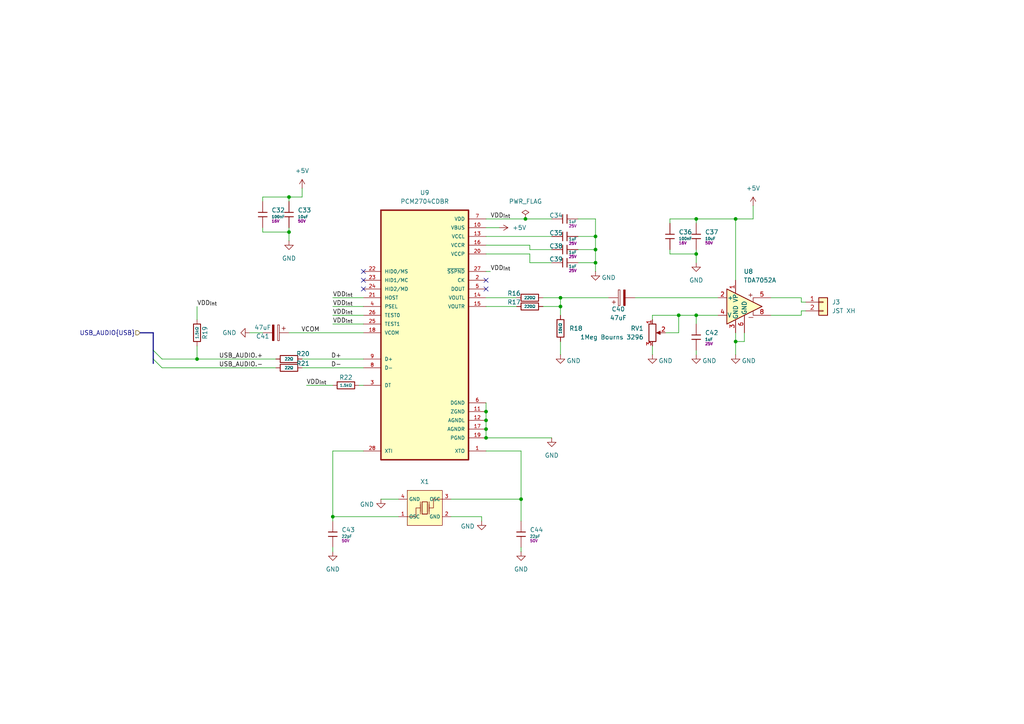
<source format=kicad_sch>
(kicad_sch (version 20231120) (generator "eeschema") (generator_version "8.0")
  (paper "A4")
  (title_block (title "PCM2704 USB SOUND OUTPUT") (date "2025-02-10") (rev "A") (company "ModuCard System") (comment 1 "DESIGNED IN POLAND"))
  (lib_symbols
    (symbol "Amplifier_Audio:TDA7052A" (pin_names (offset 0.127))
      (property "Reference" "U" (at 5.08 7.62 0))
      (property "Value" "TDA7052A" (at 5.08 5.08 0))
      (symbol "TDA7052A_0_1"
        (polyline (pts (xy 1.27 -3.175) (xy 2.54 -3.175)))
        (polyline (pts (xy 2.54 -1.27) (xy 2.54 -2.54)))
        (polyline (pts (xy 2.54 2.54) (xy 2.54 1.27)))
        (polyline (pts (xy 5.08 0) (xy -5.08 5.08) (xy -5.08 -5.08) (xy 5.08 0)) (stroke (width 0.254)) (fill (type background)))
      )
      (symbol "TDA7052A_1_1"
        (polyline (pts (xy 1.778 3.81) (xy 1.778 2.794)))
        (polyline (pts (xy 2.286 3.302) (xy 1.27 3.302)))
        (pin power_in line (at -2.54 7.62 270) (length 3.81) (name "VP") (number "1"))
        (pin input line (at -7.62 2.54 0) (length 2.54) (name "+") (number "2"))
        (pin power_in line (at -2.54 -7.62 90) (length 3.81) (name "GND") (number "3"))
        (pin input line (at -7.62 -2.54 0) (length 2.54) (name "V") (number "4"))
        (pin output line (at 7.62 2.54 180) (length 5.08) (name "~") (number "5"))
        (pin power_in line (at 0 -7.62 90) (length 5.08) (name "GND") (number "6"))
        (pin no_connect line (at 0 2.54 270) (length 2.54) hide (name "NC") (number "7"))
        (pin output line (at 7.62 -2.54 180) (length 5.08) (name "~") (number "8"))
      )
    )
    (symbol "Connector_Generic:Conn_01x02" (pin_names (offset 1.016) hide)
      (property "Reference" "J" (at 0 2.54 0))
      (property "Value" "Conn_01x02" (at 0 -5.08 0))
      (symbol "Conn_01x02_1_1"
        (rectangle (start -1.27 -2.413) (end 0 -2.667) (stroke (width 0.1524)))
        (rectangle (start -1.27 0.127) (end 0 -0.127) (stroke (width 0.1524)))
        (rectangle (start -1.27 1.27) (end 1.27 -3.81) (stroke (width 0.254)) (fill (type background)))
        (pin passive line (at -5.08 0 0) (length 3.81) (name "Pin_1") (number "1"))
        (pin passive line (at -5.08 -2.54 0) (length 3.81) (name "Pin_2") (number "2"))
      )
    )
    (symbol "Device:C_Polarized" (pin_numbers hide) (pin_names (offset 0.254))
      (property "Reference" "C" (at 0.635 2.54 0))
      (property "Value" "C_Polarized" (at 0.635 -2.54 0))
      (symbol "C_Polarized_0_1"
        (rectangle (start -2.286 0.508) (end 2.286 1.016))
        (polyline (pts (xy -1.778 2.286) (xy -0.762 2.286)))
        (polyline (pts (xy -1.27 2.794) (xy -1.27 1.778)))
        (rectangle (start 2.286 -0.508) (end -2.286 -1.016) (fill (type outline)))
      )
      (symbol "C_Polarized_1_1"
        (pin passive line (at 0 3.81 270) (length 2.794) (name "~") (number "1"))
        (pin passive line (at 0 -3.81 90) (length 2.794) (name "~") (number "2"))
      )
    )
    (symbol "Device:R_Potentiometer" (pin_names (offset 1.016) hide)
      (property "Reference" "RV" (at -4.445 0 90))
      (property "Value" "R_Potentiometer" (at -2.54 0 90))
      (symbol "R_Potentiometer_0_1"
        (polyline (pts (xy 2.54 0) (xy 1.524 0)))
        (polyline (pts (xy 1.143 0) (xy 2.286 0.508) (xy 2.286 -0.508) (xy 1.143 0)) (fill (type outline)))
        (rectangle (start 1.016 2.54) (end -1.016 -2.54) (stroke (width 0.254)))
      )
      (symbol "R_Potentiometer_1_1"
        (pin passive line (at 0 3.81 270) (length 1.27) (name "1") (number "1"))
        (pin passive line (at 3.81 0 180) (length 1.27) (name "2") (number "2"))
        (pin passive line (at 0 -3.81 90) (length 1.27) (name "3") (number "3"))
      )
    )
    (symbol "PCM2704CDBR:PCM2704CDBR" (pin_names (offset 1.016))
      (property "Reference" "U1" (at 0 40.64 0))
      (property "Value" "PCM2704CDBR" (at 0 38.1 0))
      (symbol "PCM2704CDBR_0_0"
        (rectangle (start -12.7 35.56) (end 12.7 -36.83) (stroke (width 0.41)) (fill (type background)))
        (pin output line (at 17.78 -34.29 180) (length 5.08) (name "XTO") (number "1"))
        (pin power_in line (at 17.78 30.48 180) (length 5.08) (name "VBUS") (number "10"))
        (pin power_in line (at 17.78 -22.86 180) (length 5.08) (name "ZGND") (number "11"))
        (pin power_in line (at 17.78 -25.4 180) (length 5.08) (name "AGNDL") (number "12"))
        (pin power_in line (at 17.78 27.94 180) (length 5.08) (name "VCCL") (number "13"))
        (pin output line (at 17.78 10.16 180) (length 5.08) (name "VOUTL") (number "14"))
        (pin output line (at 17.78 7.62 180) (length 5.08) (name "VOUTR") (number "15"))
        (pin power_in line (at 17.78 25.4 180) (length 5.08) (name "VCCR") (number "16"))
        (pin power_in line (at 17.78 -27.94 180) (length 5.08) (name "AGNDR") (number "17"))
        (pin input line (at -17.78 0 0) (length 5.08) (name "VCOM") (number "18"))
        (pin power_in line (at 17.78 -30.48 180) (length 5.08) (name "PGND") (number "19"))
        (pin output line (at 17.78 15.24 180) (length 5.08) (name "CK") (number "2"))
        (pin power_in line (at 17.78 22.86 180) (length 5.08) (name "VCCP") (number "20"))
        (pin input line (at -17.78 10.16 0) (length 5.08) (name "HOST") (number "21"))
        (pin input line (at -17.78 17.78 0) (length 5.08) (name "HID0/MS") (number "22"))
        (pin input line (at -17.78 15.24 0) (length 5.08) (name "HID1/MC") (number "23"))
        (pin input line (at -17.78 12.7 0) (length 5.08) (name "HID2/MD") (number "24"))
        (pin input line (at -17.78 2.54 0) (length 5.08) (name "TEST1") (number "25"))
        (pin input line (at -17.78 5.08 0) (length 5.08) (name "TEST0") (number "26"))
        (pin output line (at 17.78 17.78 180) (length 5.08) (name "~{SSPND}") (number "27"))
        (pin input line (at -17.78 -34.29 0) (length 5.08) (name "XTI") (number "28"))
        (pin bidirectional line (at -17.78 -15.24 0) (length 5.08) (name "DT") (number "3"))
        (pin input line (at -17.78 7.62 0) (length 5.08) (name "PSEL") (number "4"))
        (pin output line (at 17.78 12.7 180) (length 5.08) (name "DOUT") (number "5"))
        (pin power_in line (at 17.78 -20.32 180) (length 5.08) (name "DGND") (number "6"))
        (pin power_in line (at 17.78 33.02 180) (length 5.08) (name "VDD") (number "7"))
        (pin bidirectional line (at -17.78 -10.16 0) (length 5.08) (name "D-") (number "8"))
        (pin bidirectional line (at -17.78 -7.62 0) (length 5.08) (name "D+") (number "9"))
      )
    )
    (symbol "PCM_JLCPCB-Capacitors:0402,100nF" (pin_numbers hide) (pin_names (offset 0))
      (property "Reference" "C" (at 2.032 1.668 0))
      (property "Value" "100nF" (at 2.032 -0.3782 0))
      (property "Voltage Rated" "16V" (at 2.032 -2.0462 0))
      (symbol "0402,100nF_0_1"
        (polyline (pts (xy -1.27 -0.635) (xy 1.27 -0.635)) (stroke (width 0.254)))
        (polyline (pts (xy -1.27 0.635) (xy 1.27 0.635)) (stroke (width 0.254)))
      )
      (symbol "0402,100nF_1_1"
        (pin passive line (at 0 3.81 270) (length 3.175) (name "~") (number "1"))
        (pin passive line (at 0 -3.81 90) (length 3.175) (name "~") (number "2"))
      )
    )
    (symbol "PCM_JLCPCB-Capacitors:0402,1uF" (pin_numbers hide) (pin_names (offset 0))
      (property "Reference" "C" (at 2.032 1.668 0))
      (property "Value" "1uF" (at 2.032 -0.3782 0))
      (property "Voltage Rated" "25V" (at 2.032 -2.0462 0))
      (symbol "0402,1uF_0_1"
        (polyline (pts (xy -1.27 -0.635) (xy 1.27 -0.635)) (stroke (width 0.254)))
        (polyline (pts (xy -1.27 0.635) (xy 1.27 0.635)) (stroke (width 0.254)))
      )
      (symbol "0402,1uF_1_1"
        (pin passive line (at 0 3.81 270) (length 3.175) (name "~") (number "1"))
        (pin passive line (at 0 -3.81 90) (length 3.175) (name "~") (number "2"))
      )
    )
    (symbol "PCM_JLCPCB-Capacitors:0402,22pF" (pin_numbers hide) (pin_names (offset 0))
      (property "Reference" "C" (at 2.032 1.668 0))
      (property "Value" "22pF" (at 2.032 -0.3782 0))
      (property "Voltage Rated" "50V" (at 2.032 -2.0462 0))
      (symbol "0402,22pF_0_1"
        (polyline (pts (xy -1.27 -0.635) (xy 1.27 -0.635)) (stroke (width 0.254)))
        (polyline (pts (xy -1.27 0.635) (xy 1.27 0.635)) (stroke (width 0.254)))
      )
      (symbol "0402,22pF_1_1"
        (pin passive line (at 0 3.81 270) (length 3.175) (name "~") (number "1"))
        (pin passive line (at 0 -3.81 90) (length 3.175) (name "~") (number "2"))
      )
    )
    (symbol "PCM_JLCPCB-Capacitors:0805,10uF,(2)" (pin_numbers hide) (pin_names (offset 0))
      (property "Reference" "C" (at 2.032 1.668 0))
      (property "Value" "10uF" (at 2.032 -0.3782 0))
      (property "Voltage Rated" "50V" (at 2.032 -2.0462 0))
      (symbol "0805,10uF,(2)_0_1"
        (polyline (pts (xy -1.27 -0.635) (xy 1.27 -0.635)) (stroke (width 0.254)))
        (polyline (pts (xy -1.27 0.635) (xy 1.27 0.635)) (stroke (width 0.254)))
      )
      (symbol "0805,10uF,(2)_1_1"
        (pin passive line (at 0 3.81 270) (length 3.175) (name "~") (number "1"))
        (pin passive line (at 0 -3.81 90) (length 3.175) (name "~") (number "2"))
      )
    )
    (symbol "PCM_JLCPCB-Crystals:Crystal, 12MHz, 20pF"
      (property "Reference" "X" (at 0 6.096 0))
      (symbol "Crystal, 12MHz, 20pF_0_1"
        (rectangle (start -5.08 5.08) (end 5.08 -5.08) (fill (type background)))
        (polyline (pts (xy -1.27 -1.778) (xy -1.27 1.778)))
        (polyline (pts (xy -1.27 -1.016) (xy -1.27 1.016)))
        (polyline (pts (xy 0.762 -1.778) (xy -0.762 -1.778)))
        (polyline (pts (xy 1.27 -1.778) (xy 1.27 1.778)))
        (polyline (pts (xy 1.27 -1.016) (xy 1.27 1.016)))
        (polyline (pts (xy -5.08 -2.54) (xy -2.54 -2.54) (xy -2.54 0) (xy -1.27 0)))
        (polyline (pts (xy -0.762 -1.778) (xy -0.762 1.778) (xy 0.762 1.778) (xy 0.762 -1.778)))
        (polyline (pts (xy 5.08 2.54) (xy 2.54 2.54) (xy 2.54 0) (xy 1.27 0)))
        (polyline (pts (xy 0.762 1.778) (xy 0.762 -1.778) (xy -0.762 -1.778) (xy -0.762 1.778) (xy 0.762 1.778)))
        (pin unspecified line (at 7.62 -2.54 180) (length 2.54) (name "GND") (number "2"))
        (pin unspecified line (at -7.62 2.54 0) (length 2.54) (name "GND") (number "4"))
      )
      (symbol "Crystal, 12MHz, 20pF_1_1"
        (pin unspecified line (at -7.62 -2.54 0) (length 2.54) (name "OSC") (number "1"))
        (pin unspecified line (at 7.62 2.54 180) (length 2.54) (name "OSC") (number "3"))
      )
    )
    (symbol "PCM_JLCPCB-Resistors:0402,1.5kΩ" (pin_numbers hide) (pin_names (offset 0))
      (property "Reference" "R" (at 1.778 0 0))
      (property "Value" "1.5kΩ" (at 0 0 90))
      (symbol "0402,1.5kΩ_0_1"
        (rectangle (start -1.016 2.54) (end 1.016 -2.54) (stroke (width 0.254)))
      )
      (symbol "0402,1.5kΩ_1_1"
        (pin passive line (at 0 3.81 270) (length 1.27) (name "~") (number "1"))
        (pin passive line (at 0 -3.81 90) (length 1.27) (name "~") (number "2"))
      )
    )
    (symbol "PCM_JLCPCB-Resistors:0402,10kΩ" (pin_numbers hide) (pin_names (offset 0))
      (property "Reference" "R" (at 1.778 0 0))
      (property "Value" "10kΩ" (at 0 0 90))
      (symbol "0402,10kΩ_0_1"
        (rectangle (start -1.016 2.54) (end 1.016 -2.54) (stroke (width 0.254)))
      )
      (symbol "0402,10kΩ_1_1"
        (pin passive line (at 0 3.81 270) (length 1.27) (name "~") (number "1"))
        (pin passive line (at 0 -3.81 90) (length 1.27) (name "~") (number "2"))
      )
    )
    (symbol "PCM_JLCPCB-Resistors:0402,220Ω" (pin_numbers hide) (pin_names (offset 0))
      (property "Reference" "R" (at 1.778 0 0))
      (property "Value" "220Ω" (at 0 0 90))
      (symbol "0402,220Ω_0_1"
        (rectangle (start -1.016 2.54) (end 1.016 -2.54) (stroke (width 0.254)))
      )
      (symbol "0402,220Ω_1_1"
        (pin passive line (at 0 3.81 270) (length 1.27) (name "~") (number "1"))
        (pin passive line (at 0 -3.81 90) (length 1.27) (name "~") (number "2"))
      )
    )
    (symbol "PCM_JLCPCB-Resistors:0402,22Ω" (pin_numbers hide) (pin_names (offset 0))
      (property "Reference" "R" (at 1.778 0 0))
      (property "Value" "22Ω" (at 0 0 90))
      (symbol "0402,22Ω_0_1"
        (rectangle (start -1.016 2.54) (end 1.016 -2.54) (stroke (width 0.254)))
      )
      (symbol "0402,22Ω_1_1"
        (pin passive line (at 0 3.81 270) (length 1.27) (name "~") (number "1"))
        (pin passive line (at 0 -3.81 90) (length 1.27) (name "~") (number "2"))
      )
    )
    (symbol "power:+5V" (power) (pin_numbers hide) (pin_names (offset 0) hide)
      (property "Value" "+5V" (at 0 3.556 0))
      (symbol "+5V_0_1"
        (polyline (pts (xy -0.762 1.27) (xy 0 2.54)))
        (polyline (pts (xy 0 0) (xy 0 2.54)))
        (polyline (pts (xy 0 2.54) (xy 0.762 1.27)))
      )
      (symbol "+5V_1_1"
        (pin power_in line (at 0 0 90) (length 0) (name "~") (number "1"))
      )
    )
    (symbol "power:GND" (power) (pin_numbers hide) (pin_names (offset 0) hide)
      (property "Value" "GND" (at 0 -3.81 0))
      (symbol "GND_0_1"
        (polyline (pts (xy 0 0) (xy 0 -1.27) (xy 1.27 -1.27) (xy 0 -2.54) (xy -1.27 -1.27) (xy 0 -1.27)))
      )
      (symbol "GND_1_1"
        (pin power_in line (at 0 0 270) (length 0) (name "~") (number "1"))
      )
    )
    (symbol "power:PWR_FLAG" (power) (pin_numbers hide) (pin_names (offset 0) hide)
      (property "Value" "PWR_FLAG" (at 0 3.81 0))
      (symbol "PWR_FLAG_0_0"
        (pin power_out line (at 0 0 90) (length 0) (name "~") (number "1"))
      )
      (symbol "PWR_FLAG_0_1"
        (polyline (pts (xy 0 0) (xy 0 1.27) (xy -1.016 1.905) (xy 0 2.54) (xy 1.016 1.905) (xy 0 1.27)))
      )
    )
  )
  (bus_alias "USB" (members "+" "-"))
  (junction (at 83.82 67.31))
  (junction (at 140.97 119.38))
  (junction (at 172.72 76.2))
  (junction (at 96.52 149.86))
  (junction (at 201.93 63.5))
  (junction (at 140.97 121.92))
  (junction (at 196.85 91.44))
  (junction (at 152.4 63.5))
  (junction (at 83.82 57.15))
  (junction (at 140.97 124.46))
  (junction (at 57.15 104.14))
  (junction (at 162.56 86.36))
  (junction (at 201.93 73.66))
  (junction (at 213.36 99.06))
  (junction (at 172.72 72.39))
  (junction (at 162.56 88.9))
  (junction (at 151.13 144.78))
  (junction (at 201.93 91.44))
  (junction (at 172.72 68.58))
  (junction (at 213.36 63.5))
  (junction (at 140.97 127))
  (no_connect (at 140.97 83.82))
  (no_connect (at 105.41 83.82))
  (no_connect (at 105.41 78.74))
  (no_connect (at 140.97 81.28))
  (no_connect (at 105.41 81.28))
  (bus_entry (at 44.45 104.14) (size 2.54 2.54))
  (bus_entry (at 44.45 101.6) (size 2.54 2.54))
  (wire (pts (xy 57.15 100.33) (xy 57.15 104.14)))
  (wire (pts (xy 140.97 130.81) (xy 151.13 130.81)))
  (wire (pts (xy 151.13 144.78) (xy 130.81 144.78)))
  (wire (pts (xy 162.56 86.36) (xy 162.56 88.9)))
  (wire (pts (xy 194.31 63.5) (xy 201.93 63.5)))
  (wire (pts (xy 189.23 100.33) (xy 189.23 102.87)))
  (wire (pts (xy 76.2 58.42) (xy 76.2 57.15)))
  (wire (pts (xy 110.49 144.78) (xy 115.57 144.78)))
  (wire (pts (xy 172.72 76.2) (xy 172.72 78.74)))
  (wire (pts (xy 83.82 66.04) (xy 83.82 67.31)))
  (wire (pts (xy 151.13 130.81) (xy 151.13 144.78)))
  (wire (pts (xy 140.97 124.46) (xy 140.97 127)))
  (wire (pts (xy 172.72 63.5) (xy 172.72 68.58)))
  (wire (pts (xy 83.82 96.52) (xy 105.41 96.52)))
  (wire (pts (xy 201.93 73.66) (xy 201.93 76.2)))
  (wire (pts (xy 96.52 158.75) (xy 96.52 160.02)))
  (wire (pts (xy 201.93 63.5) (xy 201.93 64.77)))
  (bus (pts (xy 44.45 104.14) (xy 44.45 105.41)))
  (wire (pts (xy 139.7 151.13) (xy 139.7 149.86)))
  (wire (pts (xy 153.67 72.39) (xy 153.67 71.12)))
  (wire (pts (xy 218.44 63.5) (xy 213.36 63.5)))
  (wire (pts (xy 196.85 96.52) (xy 196.85 91.44)))
  (wire (pts (xy 96.52 86.36) (xy 105.41 86.36)))
  (wire (pts (xy 167.64 68.58) (xy 172.72 68.58)))
  (wire (pts (xy 194.31 73.66) (xy 201.93 73.66)))
  (wire (pts (xy 162.56 99.06) (xy 162.56 102.87)))
  (wire (pts (xy 162.56 88.9) (xy 162.56 91.44)))
  (wire (pts (xy 201.93 91.44) (xy 196.85 91.44)))
  (wire (pts (xy 140.97 116.84) (xy 140.97 119.38)))
  (wire (pts (xy 201.93 93.98) (xy 201.93 91.44)))
  (wire (pts (xy 96.52 149.86) (xy 96.52 151.13)))
  (wire (pts (xy 140.97 63.5) (xy 152.4 63.5)))
  (wire (pts (xy 96.52 130.81) (xy 105.41 130.81)))
  (wire (pts (xy 162.56 86.36) (xy 176.53 86.36)))
  (wire (pts (xy 87.63 106.68) (xy 105.41 106.68)))
  (wire (pts (xy 96.52 93.98) (xy 105.41 93.98)))
  (wire (pts (xy 140.97 121.92) (xy 140.97 124.46)))
  (wire (pts (xy 57.15 104.14) (xy 80.01 104.14)))
  (wire (pts (xy 213.36 63.5) (xy 213.36 81.28)))
  (wire (pts (xy 140.97 86.36) (xy 149.86 86.36)))
  (wire (pts (xy 153.67 73.66) (xy 153.67 76.2)))
  (wire (pts (xy 153.67 71.12) (xy 140.97 71.12)))
  (wire (pts (xy 140.97 78.74) (xy 142.24 78.74)))
  (wire (pts (xy 193.04 96.52) (xy 196.85 96.52)))
  (wire (pts (xy 87.63 104.14) (xy 105.41 104.14)))
  (wire (pts (xy 208.28 91.44) (xy 201.93 91.44)))
  (bus (pts (xy 44.45 101.6) (xy 44.45 104.14)))
  (wire (pts (xy 184.15 86.36) (xy 208.28 86.36)))
  (wire (pts (xy 151.13 144.78) (xy 151.13 151.13)))
  (wire (pts (xy 167.64 72.39) (xy 172.72 72.39)))
  (wire (pts (xy 87.63 57.15) (xy 83.82 57.15)))
  (wire (pts (xy 172.72 68.58) (xy 172.72 72.39)))
  (wire (pts (xy 194.31 72.39) (xy 194.31 73.66)))
  (wire (pts (xy 140.97 127) (xy 160.02 127)))
  (wire (pts (xy 96.52 149.86) (xy 96.52 130.81)))
  (wire (pts (xy 189.23 91.44) (xy 189.23 92.71)))
  (wire (pts (xy 215.9 99.06) (xy 213.36 99.06)))
  (wire (pts (xy 213.36 96.52) (xy 213.36 99.06)))
  (wire (pts (xy 115.57 149.86) (xy 96.52 149.86)))
  (wire (pts (xy 218.44 59.69) (xy 218.44 63.5)))
  (wire (pts (xy 194.31 63.5) (xy 194.31 64.77)))
  (wire (pts (xy 232.41 90.17) (xy 232.41 91.44)))
  (wire (pts (xy 46.99 104.14) (xy 57.15 104.14)))
  (wire (pts (xy 139.7 149.86) (xy 130.81 149.86)))
  (wire (pts (xy 201.93 72.39) (xy 201.93 73.66)))
  (wire (pts (xy 213.36 99.06) (xy 213.36 102.87)))
  (wire (pts (xy 232.41 87.63) (xy 232.41 86.36)))
  (wire (pts (xy 105.41 111.76) (xy 104.14 111.76)))
  (wire (pts (xy 87.63 54.61) (xy 87.63 57.15)))
  (wire (pts (xy 144.78 66.04) (xy 140.97 66.04)))
  (wire (pts (xy 196.85 91.44) (xy 189.23 91.44)))
  (wire (pts (xy 46.99 106.68) (xy 80.01 106.68)))
  (wire (pts (xy 83.82 57.15) (xy 83.82 58.42)))
  (wire (pts (xy 201.93 101.6) (xy 201.93 102.87)))
  (wire (pts (xy 162.56 88.9) (xy 157.48 88.9)))
  (wire (pts (xy 76.2 67.31) (xy 83.82 67.31)))
  (wire (pts (xy 140.97 88.9) (xy 149.86 88.9)))
  (wire (pts (xy 167.64 63.5) (xy 172.72 63.5)))
  (wire (pts (xy 233.68 87.63) (xy 232.41 87.63)))
  (wire (pts (xy 215.9 96.52) (xy 215.9 99.06)))
  (wire (pts (xy 140.97 119.38) (xy 140.97 121.92)))
  (wire (pts (xy 140.97 73.66) (xy 153.67 73.66)))
  (bus (pts (xy 44.45 96.52) (xy 44.45 101.6)))
  (wire (pts (xy 223.52 86.36) (xy 232.41 86.36)))
  (wire (pts (xy 96.52 88.9) (xy 105.41 88.9)))
  (wire (pts (xy 88.9 111.76) (xy 96.52 111.76)))
  (bus (pts (xy 40.64 96.52) (xy 44.45 96.52)))
  (wire (pts (xy 152.4 63.5) (xy 160.02 63.5)))
  (wire (pts (xy 233.68 90.17) (xy 232.41 90.17)))
  (wire (pts (xy 140.97 68.58) (xy 160.02 68.58)))
  (wire (pts (xy 76.2 57.15) (xy 83.82 57.15)))
  (wire (pts (xy 223.52 91.44) (xy 232.41 91.44)))
  (wire (pts (xy 153.67 76.2) (xy 160.02 76.2)))
  (wire (pts (xy 72.39 96.52) (xy 76.2 96.52)))
  (wire (pts (xy 57.15 88.9) (xy 57.15 92.71)))
  (wire (pts (xy 167.64 76.2) (xy 172.72 76.2)))
  (wire (pts (xy 153.67 72.39) (xy 160.02 72.39)))
  (wire (pts (xy 151.13 158.75) (xy 151.13 160.02)))
  (wire (pts (xy 201.93 63.5) (xy 213.36 63.5)))
  (wire (pts (xy 157.48 86.36) (xy 162.56 86.36)))
  (wire (pts (xy 83.82 67.31) (xy 83.82 69.85)))
  (wire (pts (xy 96.52 91.44) (xy 105.41 91.44)))
  (wire (pts (xy 76.2 66.04) (xy 76.2 67.31)))
  (wire (pts (xy 172.72 72.39) (xy 172.72 76.2)))
  (label "VDD_{int}" (at 96.52 91.44 0))
  (label "VDD_{int}" (at 88.9 111.76 0))
  (label "VDD_{int}" (at 142.24 63.5 0))
  (label "USB_AUDIO.-" (at 63.5 106.68 0))
  (label "VCOM" (at 92.71 96.52 180))
  (label "VDD_{int}" (at 57.15 88.9 0))
  (label "VDD_{int}" (at 96.52 93.98 0))
  (label "USB_AUDIO.+" (at 63.5 104.14 0))
  (label "D+" (at 99.06 104.14 180))
  (label "VDD_{int}" (at 96.52 88.9 0))
  (label "VDD_{int}" (at 96.52 86.36 0))
  (label "VDD_{int}" (at 142.24 78.74 0))
  (label "D-" (at 99.06 106.68 180))
  (hierarchical_label "USB_AUDIO{USB}" (shape input) (at 40.64 96.52 180))
  (symbol (lib_id "Device:C_Polarized") (at 180.34 86.36 90) (unit 1)
    (property "Reference" "C40" (at 179.324 89.662 90))
    (property "Value" "47uF" (at 179.324 92.202 90))
    (property "Footprint" "Capacitor_SMD:CP_Elec_6.3x5.4" (effects (hide yes)))
    (property "Description" "Polarized capacitor" (effects (hide yes)))
    (property "LCSC" " C90276" (effects (hide yes)))
    (property "MPN" "VT1V470M0605" (effects (hide yes)))
  )
  (symbol (lib_id "power:GND") (at 96.52 160.02 0) (unit 1)
    (property "Reference" "#PWR091" (effects (hide yes)))
    (property "Value" "GND" (at 96.52 165.1 0))
    (property "Description" "Power symbol creates a global label with name \"GND\" , ground" (effects (hide yes)))
  )
  (symbol (lib_id "power:GND") (at 151.13 160.02 0) (unit 1)
    (property "Reference" "#PWR092" (effects (hide yes)))
    (property "Value" "GND" (at 151.13 165.1 0))
    (property "Description" "Power symbol creates a global label with name \"GND\" , ground" (effects (hide yes)))
  )
  (symbol (lib_id "PCM_JLCPCB-Resistors:0402,10kΩ") (at 162.56 95.25 180) (unit 1)
    (property "Reference" "R18" (at 165.1 95.25 0) (effects (justify right)))
    (property "Value" "10kΩ" (at 162.56 95.25 90) (effects (font (size 0.8 0.8))))
    (property "Footprint" "PCM_JLCPCB:R_0402" (effects (hide yes)))
    (property "Datasheet" "https://www.lcsc.com/datasheet/lcsc_datasheet_2411221126_UNI-ROYAL-Uniroyal-Elec-0402WGF1002TCE_C25744.pdf" (effects (hide yes)))
    (property "Description" "62.5mW Thick Film Resistors 50V ±100ppm/°C ±1% 10kΩ 0402 Chip Resistor - Surface Mount ROHS" (effects (hide yes)))
    (property "LCSC" "C25744" (effects (hide yes)))
    (property "Stock" "6666349" (effects (hide yes)))
    (property "Price" "0.004USD" (effects (hide yes)))
    (property "Process" "SMT" (effects (hide yes)))
    (property "Minimum Qty" "5" (effects (hide yes)))
    (property "Attrition Qty" "0" (effects (hide yes)))
    (property "Class" "Basic Component" (effects (hide yes)))
    (property "Category" "Resistors,Chip Resistor - Surface Mount" (effects (hide yes)))
    (property "Manufacturer" "UNI-ROYAL(Uniroyal Elec)" (effects (hide yes)))
    (property "Part" "0402WGF1002TCE" (effects (hide yes)))
    (property "Resistance" "10kΩ" (effects (hide yes)))
    (property "Power(Watts)" "62.5mW" (effects (hide yes)))
    (property "Type" "Thick Film Resistors" (effects (hide yes)))
    (property "Overload Voltage (Max)" "50V" (effects (hide yes)))
    (property "Operating Temperature Range" "-55°C~+155°C" (effects (hide yes)))
    (property "Tolerance" "±1%" (effects (hide yes)))
    (property "Temperature Coefficient" "±100ppm/°C" (effects (hide yes)))
  )
  (symbol (lib_id "PCM_JLCPCB-Resistors:0402,1.5kΩ") (at 100.33 111.76 270) (mirror x) (unit 1)
    (property "Reference" "R22" (at 100.33 109.474 90))
    (property "Value" "1.5kΩ" (at 100.33 111.76 90) (effects (font (size 0.8 0.8))))
    (property "Footprint" "PCM_JLCPCB:R_0402" (effects (hide yes)))
    (property "Datasheet" "https://www.lcsc.com/datasheet/lcsc_datasheet_2206010045_UNI-ROYAL-Uniroyal-Elec-0402WGF1501TCE_C25867.pdf" (effects (hide yes)))
    (property "Description" "62.5mW Thick Film Resistors 50V ±100ppm/°C ±1% 1.5kΩ 0402 Chip Resistor - Surface Mount ROHS" (effects (hide yes)))
    (property "LCSC" "C25867" (effects (hide yes)))
    (property "Stock" "778464" (effects (hide yes)))
    (property "Price" "0.004USD" (effects (hide yes)))
    (property "Process" "SMT" (effects (hide yes)))
    (property "Minimum Qty" "20" (effects (hide yes)))
    (property "Attrition Qty" "10" (effects (hide yes)))
    (property "Class" "Basic Component" (effects (hide yes)))
    (property "Category" "Resistors,Chip Resistor - Surface Mount" (effects (hide yes)))
    (property "Manufacturer" "UNI-ROYAL(Uniroyal Elec)" (effects (hide yes)))
    (property "Part" "0402WGF1501TCE" (effects (hide yes)))
    (property "Resistance" "1.5kΩ" (effects (hide yes)))
    (property "Power(Watts)" "62.5mW" (effects (hide yes)))
    (property "Type" "Thick Film Resistors" (effects (hide yes)))
    (property "Overload Voltage (Max)" "50V" (effects (hide yes)))
    (property "Operating Temperature Range" "-55°C~+155°C" (effects (hide yes)))
    (property "Tolerance" "±1%" (effects (hide yes)))
    (property "Temperature Coefficient" "±100ppm/°C" (effects (hide yes)))
  )
  (symbol (lib_id "power:+5V") (at 87.63 54.61 0) (unit 1)
    (property "Reference" "#PWR074" (effects (hide yes)))
    (property "Value" "+5V" (at 87.63 49.53 0))
    (property "Description" "Power symbol creates a global label with name \"+5V\"" (effects (hide yes)))
  )
  (symbol (lib_id "power:+5V") (at 218.44 59.69 0) (unit 1)
    (property "Reference" "#PWR076" (effects (hide yes)))
    (property "Value" "+5V" (at 218.44 54.61 0))
    (property "Description" "Power symbol creates a global label with name \"+5V\"" (effects (hide yes)))
  )
  (symbol (lib_id "power:GND") (at 139.7 151.13 0) (unit 1)
    (property "Reference" "#PWR090" (effects (hide yes)))
    (property "Value" "GND" (at 135.636 152.654 0))
    (property "Description" "Power symbol creates a global label with name \"GND\" , ground" (effects (hide yes)))
  )
  (symbol (lib_id "PCM_JLCPCB-Capacitors:0402,22pF") (at 151.13 154.94 0) (unit 1)
    (property "Reference" "C44" (at 153.67 153.67 0) (effects (justify left)))
    (property "Value" "22pF" (at 153.67 155.575 0) (effects (font (size 0.8 0.8)) (justify left)))
    (property "Footprint" "PCM_JLCPCB:C_0402" (effects (hide yes)))
    (property "Datasheet" "https://www.lcsc.com/datasheet/lcsc_datasheet_2304140030_FH--Guangdong-Fenghua-Advanced-Tech-0402CG220J500NT_C1555.pdf" (effects (hide yes)))
    (property "Description" "50V 22pF C0G ±5% 0402 Multilayer Ceramic Capacitors MLCC - SMD/SMT ROHS" (effects (hide yes)))
    (property "LCSC" "C1555" (effects (hide yes)))
    (property "Stock" "1656751" (effects (hide yes)))
    (property "Price" "0.004USD" (effects (hide yes)))
    (property "Process" "SMT" (effects (hide yes)))
    (property "Minimum Qty" "20" (effects (hide yes)))
    (property "Attrition Qty" "10" (effects (hide yes)))
    (property "Class" "Basic Component" (effects (hide yes)))
    (property "Category" "Capacitors,Multilayer Ceramic Capacitors MLCC - SMD/SMT" (effects (hide yes)))
    (property "Manufacturer" "FH(Guangdong Fenghua Advanced Tech)" (effects (hide yes)))
    (property "Part" "0402CG220J500NT" (effects (hide yes)))
    (property "Voltage Rated" "50V" (at 153.67 156.845 0) (effects (font (size 0.8 0.8)) (justify left)))
    (property "Tolerance" "±5%" (effects (hide yes)))
    (property "Capacitance" "22pF" (effects (hide yes)))
    (property "Temperature Coefficient" "C0G" (effects (hide yes)))
  )
  (symbol (lib_id "PCM_JLCPCB-Capacitors:0805,10uF,(2)") (at 83.82 62.23 180) (unit 1)
    (property "Reference" "C33" (at 86.36 60.96 0) (effects (justify right)))
    (property "Value" "10uF" (at 86.36 62.865 0) (effects (font (size 0.8 0.8)) (justify right)))
    (property "Footprint" "PCM_JLCPCB:C_0805" (effects (hide yes)))
    (property "Datasheet" "https://www.lcsc.com/datasheet/lcsc_datasheet_2411041759_Murata-Electronics-GRM21BR61H106KE43L_C440198.pdf" (effects (hide yes)))
    (property "Description" "50V 10uF X5R ±10% 0805 Multilayer Ceramic Capacitors MLCC - SMD/SMT ROHS" (effects (hide yes)))
    (property "LCSC" "C440198" (effects (hide yes)))
    (property "Stock" "1423931" (effects (hide yes)))
    (property "Price" "0.067USD" (effects (hide yes)))
    (property "Process" "SMT" (effects (hide yes)))
    (property "Minimum Qty" "5" (effects (hide yes)))
    (property "Attrition Qty" "4" (effects (hide yes)))
    (property "Class" "Basic Component" (effects (hide yes)))
    (property "Category" "Capacitors,Multilayer Ceramic Capacitors MLCC - SMD/SMT" (effects (hide yes)))
    (property "Manufacturer" "Murata Electronics" (effects (hide yes)))
    (property "Part" "GRM21BR61H106KE43L" (effects (hide yes)))
    (property "Voltage Rated" "50V" (at 86.36 64.135 0) (effects (font (size 0.8 0.8)) (justify right)))
    (property "Tolerance" "±10%" (effects (hide yes)))
    (property "Capacitance" "10uF" (effects (hide yes)))
    (property "Temperature Coefficient" "X5R" (effects (hide yes)))
  )
  (symbol (lib_id "PCM2704CDBR:PCM2704CDBR") (at 123.19 96.52 0) (unit 1)
    (property "Reference" "U9" (at 123.19 55.88 0))
    (property "Value" "PCM2704CDBR" (at 123.19 58.42 0))
    (property "Footprint" "PCM2704CDBR:SOP65P780X200-28N" (effects (hide yes)))
    (property "Datasheet" "https://www.ti.com/lit/ds/symlink/pcm2706.pdf?ts=1739038203811&ref_url=https%253A%252F%252Fwww.google.com%252F" (effects (hide yes)))
    (property "MF" "Texas Instruments" (effects (hide yes)))
    (property "Description_1" "\n                        \n                            98dB SNR Stereo Full Speed DAC with line-out & S/PDIF output, Bus/Self-powered (Ext. ROM Interface)\n                        \n" (effects (hide yes)))
    (property "Package" "SSOP-28 Texas Instruments" (effects (hide yes)))
    (property "Price" "None" (effects (hide yes)))
    (property "SnapEDA_Link" "https://www.snapeda.com/parts/PCM2704CDBR/Texas+Instruments/view-part/?ref=snap" (effects (hide yes)))
    (property "MP" "PCM2704CDBR" (effects (hide yes)))
    (property "Availability" "In Stock" (effects (hide yes)))
    (property "Check_prices" "https://www.snapeda.com/parts/PCM2704CDBR/Texas+Instruments/view-part/?ref=eda" (effects (hide yes)))
  )
  (symbol (lib_id "power:GND") (at 162.56 102.87 0) (unit 1)
    (property "Reference" "#PWR083" (effects (hide yes)))
    (property "Value" "GND" (at 166.37 104.648 0))
    (property "Description" "Power symbol creates a global label with name \"GND\" , ground" (effects (hide yes)))
  )
  (symbol (lib_id "PCM_JLCPCB-Capacitors:0402,100nF") (at 76.2 62.23 0) (unit 1)
    (property "Reference" "C32" (at 78.74 60.96 0) (effects (justify left)))
    (property "Value" "100nF" (at 78.74 62.865 0) (effects (font (size 0.8 0.8)) (justify left)))
    (property "Footprint" "PCM_JLCPCB:C_0402" (effects (hide yes)))
    (property "Datasheet" "https://www.lcsc.com/datasheet/lcsc_datasheet_2304140030_Samsung-Electro-Mechanics-CL05B104KO5NNNC_C1525.pdf" (effects (hide yes)))
    (property "Description" "16V 100nF X7R ±10% 0402 Multilayer Ceramic Capacitors MLCC - SMD/SMT ROHS" (effects (hide yes)))
    (property "LCSC" "C1525" (effects (hide yes)))
    (property "Stock" "27771805" (effects (hide yes)))
    (property "Price" "0.004USD" (effects (hide yes)))
    (property "Process" "SMT" (effects (hide yes)))
    (property "Minimum Qty" "20" (effects (hide yes)))
    (property "Attrition Qty" "10" (effects (hide yes)))
    (property "Class" "Basic Component" (effects (hide yes)))
    (property "Category" "Capacitors,Multilayer Ceramic Capacitors MLCC - SMD/SMT" (effects (hide yes)))
    (property "Manufacturer" "Samsung Electro-Mechanics" (effects (hide yes)))
    (property "Part" "CL05B104KO5NNNC" (effects (hide yes)))
    (property "Voltage Rated" "16V" (at 78.74 64.135 0) (effects (font (size 0.8 0.8)) (justify left)))
    (property "Tolerance" "±10%" (effects (hide yes)))
    (property "Capacitance" "100nF" (effects (hide yes)))
    (property "Temperature Coefficient" "X7R" (effects (hide yes)))
  )
  (symbol (lib_id "PCM_JLCPCB-Capacitors:0402,1uF") (at 163.83 63.5 90) (unit 1)
    (property "Reference" "C34" (at 161.29 62.484 90))
    (property "Value" "1uF" (at 166.116 64.262 90) (effects (font (size 0.8 0.8))))
    (property "Footprint" "PCM_JLCPCB:C_0402" (effects (hide yes)))
    (property "Datasheet" "https://www.lcsc.com/datasheet/lcsc_datasheet_2304140030_Samsung-Electro-Mechanics-CL05A105KA5NQNC_C52923.pdf" (effects (hide yes)))
    (property "Description" "25V 1uF X5R ±10% 0402 Multilayer Ceramic Capacitors MLCC - SMD/SMT ROHS" (effects (hide yes)))
    (property "LCSC" "C52923" (effects (hide yes)))
    (property "Stock" "8324208" (effects (hide yes)))
    (property "Price" "0.006USD" (effects (hide yes)))
    (property "Process" "SMT" (effects (hide yes)))
    (property "Minimum Qty" "20" (effects (hide yes)))
    (property "Attrition Qty" "10" (effects (hide yes)))
    (property "Class" "Basic Component" (effects (hide yes)))
    (property "Category" "Capacitors,Multilayer Ceramic Capacitors MLCC - SMD/SMT" (effects (hide yes)))
    (property "Manufacturer" "Samsung Electro-Mechanics" (effects (hide yes)))
    (property "Part" "CL05A105KA5NQNC" (effects (hide yes)))
    (property "Voltage Rated" "25V" (at 166.116 65.532 90) (effects (font (size 0.8 0.8))))
    (property "Tolerance" "±10%" (effects (hide yes)))
    (property "Capacitance" "1uF" (effects (hide yes)))
    (property "Temperature Coefficient" "X5R" (effects (hide yes)))
  )
  (symbol (lib_id "Device:R_Potentiometer") (at 189.23 96.52 0) (unit 1)
    (property "Reference" "RV1" (at 186.69 95.25 0) (effects (justify right)))
    (property "Value" "1Meg Bourns 3296" (at 186.69 97.79 0) (effects (justify right)))
    (property "Footprint" "Potentiometer_THT:Potentiometer_Bourns_3296W_Vertical" (effects (hide yes)))
    (property "Description" "Potentiometer" (effects (hide yes)))
  )
  (symbol (lib_id "power:GND") (at 160.02 127 0) (unit 1)
    (property "Reference" "#PWR088" (effects (hide yes)))
    (property "Value" "GND" (at 160.02 132.08 0))
    (property "Description" "Power symbol creates a global label with name \"GND\" , ground" (effects (hide yes)))
  )
  (symbol (lib_id "power:GND") (at 110.49 144.78 0) (unit 1)
    (property "Reference" "#PWR089" (effects (hide yes)))
    (property "Value" "GND" (at 106.426 146.304 0))
    (property "Description" "Power symbol creates a global label with name \"GND\" , ground" (effects (hide yes)))
  )
  (symbol (lib_id "Connector_Generic:Conn_01x02") (at 238.76 87.63 0) (unit 1)
    (property "Reference" "J3" (at 241.3 87.63 0) (effects (justify left)))
    (property "Value" "JST XH" (at 241.3 90.17 0) (effects (justify left)))
    (property "Footprint" "Connector_JST:JST_XH_B2B-XH-AM_1x02_P2.50mm_Vertical" (effects (hide yes)))
    (property "Description" "Generic connector, single row, 01x02, script generated (kicad-library-utils/schlib/autogen/connector/)" (effects (hide yes)))
  )
  (symbol (lib_id "PCM_JLCPCB-Capacitors:0402,1uF") (at 201.93 97.79 0) (unit 1)
    (property "Reference" "C42" (at 204.47 96.52 0) (effects (justify left)))
    (property "Value" "1uF" (at 204.47 98.425 0) (effects (font (size 0.8 0.8)) (justify left)))
    (property "Footprint" "PCM_JLCPCB:C_0402" (effects (hide yes)))
    (property "Datasheet" "https://www.lcsc.com/datasheet/lcsc_datasheet_2304140030_Samsung-Electro-Mechanics-CL05A105KA5NQNC_C52923.pdf" (effects (hide yes)))
    (property "Description" "25V 1uF X5R ±10% 0402 Multilayer Ceramic Capacitors MLCC - SMD/SMT ROHS" (effects (hide yes)))
    (property "LCSC" "C52923" (effects (hide yes)))
    (property "Stock" "8324208" (effects (hide yes)))
    (property "Price" "0.006USD" (effects (hide yes)))
    (property "Process" "SMT" (effects (hide yes)))
    (property "Minimum Qty" "20" (effects (hide yes)))
    (property "Attrition Qty" "10" (effects (hide yes)))
    (property "Class" "Basic Component" (effects (hide yes)))
    (property "Category" "Capacitors,Multilayer Ceramic Capacitors MLCC - SMD/SMT" (effects (hide yes)))
    (property "Manufacturer" "Samsung Electro-Mechanics" (effects (hide yes)))
    (property "Part" "CL05A105KA5NQNC" (effects (hide yes)))
    (property "Voltage Rated" "25V" (at 204.47 99.695 0) (effects (font (size 0.8 0.8)) (justify left)))
    (property "Tolerance" "±10%" (effects (hide yes)))
    (property "Capacitance" "1uF" (effects (hide yes)))
    (property "Temperature Coefficient" "X5R" (effects (hide yes)))
  )
  (symbol (lib_id "power:GND") (at 201.93 76.2 0) (unit 1)
    (property "Reference" "#PWR077" (effects (hide yes)))
    (property "Value" "GND" (at 201.93 81.28 0))
    (property "Description" "Power symbol creates a global label with name \"GND\" , ground" (effects (hide yes)))
  )
  (symbol (lib_id "PCM_JLCPCB-Resistors:0402,22Ω") (at 83.82 106.68 90) (unit 1)
    (property "Reference" "R21" (at 87.884 105.41 90))
    (property "Value" "22Ω" (at 83.82 106.68 90) (effects (font (size 0.8 0.8))))
    (property "Footprint" "PCM_JLCPCB:R_0402" (effects (hide yes)))
    (property "Datasheet" "https://www.lcsc.com/datasheet/lcsc_datasheet_2205311900_UNI-ROYAL-Uniroyal-Elec-0402WGF220JTCE_C25092.pdf" (effects (hide yes)))
    (property "Description" "62.5mW Thick Film Resistors 50V ±1% ±100ppm/°C 22Ω 0402 Chip Resistor - Surface Mount ROHS" (effects (hide yes)))
    (property "LCSC" "C25092" (effects (hide yes)))
    (property "Stock" "2497993" (effects (hide yes)))
    (property "Price" "0.004USD" (effects (hide yes)))
    (property "Process" "SMT" (effects (hide yes)))
    (property "Minimum Qty" "20" (effects (hide yes)))
    (property "Attrition Qty" "10" (effects (hide yes)))
    (property "Class" "Basic Component" (effects (hide yes)))
    (property "Category" "Resistors,Chip Resistor - Surface Mount" (effects (hide yes)))
    (property "Manufacturer" "UNI-ROYAL(Uniroyal Elec)" (effects (hide yes)))
    (property "Part" "0402WGF220JTCE" (effects (hide yes)))
    (property "Resistance" "22Ω" (effects (hide yes)))
    (property "Power(Watts)" "62.5mW" (effects (hide yes)))
    (property "Type" "Thick Film Resistors" (effects (hide yes)))
    (property "Overload Voltage (Max)" "50V" (effects (hide yes)))
    (property "Operating Temperature Range" "-55°C~+155°C" (effects (hide yes)))
    (property "Tolerance" "±1%" (effects (hide yes)))
    (property "Temperature Coefficient" "±100ppm/°C" (effects (hide yes)))
  )
  (symbol (lib_id "power:PWR_FLAG") (at 152.4 63.5 0) (unit 1)
    (property "Reference" "#FLG01" (effects (hide yes)))
    (property "Value" "PWR_FLAG" (at 152.4 58.42 0))
    (property "Description" "Special symbol for telling ERC where power comes from" (effects (hide yes)))
  )
  (symbol (lib_id "PCM_JLCPCB-Capacitors:0402,1uF") (at 163.83 72.39 90) (unit 1)
    (property "Reference" "C38" (at 161.29 71.374 90))
    (property "Value" "1uF" (at 166.116 73.152 90) (effects (font (size 0.8 0.8))))
    (property "Footprint" "PCM_JLCPCB:C_0402" (effects (hide yes)))
    (property "Datasheet" "https://www.lcsc.com/datasheet/lcsc_datasheet_2304140030_Samsung-Electro-Mechanics-CL05A105KA5NQNC_C52923.pdf" (effects (hide yes)))
    (property "Description" "25V 1uF X5R ±10% 0402 Multilayer Ceramic Capacitors MLCC - SMD/SMT ROHS" (effects (hide yes)))
    (property "LCSC" "C52923" (effects (hide yes)))
    (property "Stock" "8324208" (effects (hide yes)))
    (property "Price" "0.006USD" (effects (hide yes)))
    (property "Process" "SMT" (effects (hide yes)))
    (property "Minimum Qty" "20" (effects (hide yes)))
    (property "Attrition Qty" "10" (effects (hide yes)))
    (property "Class" "Basic Component" (effects (hide yes)))
    (property "Category" "Capacitors,Multilayer Ceramic Capacitors MLCC - SMD/SMT" (effects (hide yes)))
    (property "Manufacturer" "Samsung Electro-Mechanics" (effects (hide yes)))
    (property "Part" "CL05A105KA5NQNC" (effects (hide yes)))
    (property "Voltage Rated" "25V" (at 166.116 74.422 90) (effects (font (size 0.8 0.8))))
    (property "Tolerance" "±10%" (effects (hide yes)))
    (property "Capacitance" "1uF" (effects (hide yes)))
    (property "Temperature Coefficient" "X5R" (effects (hide yes)))
  )
  (symbol (lib_id "power:GND") (at 172.72 78.74 0) (unit 1)
    (property "Reference" "#PWR079" (effects (hide yes)))
    (property "Value" "GND" (at 176.53 80.518 0))
    (property "Description" "Power symbol creates a global label with name \"GND\" , ground" (effects (hide yes)))
  )
  (symbol (lib_id "PCM_JLCPCB-Capacitors:0402,1uF") (at 163.83 76.2 90) (unit 1)
    (property "Reference" "C39" (at 161.29 75.184 90))
    (property "Value" "1uF" (at 166.116 77.216 90) (effects (font (size 0.8 0.8))))
    (property "Footprint" "PCM_JLCPCB:C_0402" (effects (hide yes)))
    (property "Datasheet" "https://www.lcsc.com/datasheet/lcsc_datasheet_2304140030_Samsung-Electro-Mechanics-CL05A105KA5NQNC_C52923.pdf" (effects (hide yes)))
    (property "Description" "25V 1uF X5R ±10% 0402 Multilayer Ceramic Capacitors MLCC - SMD/SMT ROHS" (effects (hide yes)))
    (property "LCSC" "C52923" (effects (hide yes)))
    (property "Stock" "8324208" (effects (hide yes)))
    (property "Price" "0.006USD" (effects (hide yes)))
    (property "Process" "SMT" (effects (hide yes)))
    (property "Minimum Qty" "20" (effects (hide yes)))
    (property "Attrition Qty" "10" (effects (hide yes)))
    (property "Class" "Basic Component" (effects (hide yes)))
    (property "Category" "Capacitors,Multilayer Ceramic Capacitors MLCC - SMD/SMT" (effects (hide yes)))
    (property "Manufacturer" "Samsung Electro-Mechanics" (effects (hide yes)))
    (property "Part" "CL05A105KA5NQNC" (effects (hide yes)))
    (property "Voltage Rated" "25V" (at 166.116 78.486 90) (effects (font (size 0.8 0.8))))
    (property "Tolerance" "±10%" (effects (hide yes)))
    (property "Capacitance" "1uF" (effects (hide yes)))
    (property "Temperature Coefficient" "X5R" (effects (hide yes)))
  )
  (symbol (lib_id "Device:C_Polarized") (at 80.01 96.52 270) (unit 1)
    (property "Reference" "C41" (at 76.2 97.536 90))
    (property "Value" "47uF" (at 76.2 94.996 90))
    (property "Footprint" "Capacitor_SMD:CP_Elec_6.3x5.4" (effects (hide yes)))
    (property "Description" "Polarized capacitor" (effects (hide yes)))
    (property "LCSC" " C90276" (effects (hide yes)))
    (property "MPN" "VT1V470M0605" (effects (hide yes)))
  )
  (symbol (lib_id "PCM_JLCPCB-Capacitors:0805,10uF,(2)") (at 201.93 68.58 180) (unit 1)
    (property "Reference" "C37" (at 204.47 67.31 0) (effects (justify right)))
    (property "Value" "10uF" (at 204.47 69.215 0) (effects (font (size 0.8 0.8)) (justify right)))
    (property "Footprint" "PCM_JLCPCB:C_0805" (effects (hide yes)))
    (property "Datasheet" "https://www.lcsc.com/datasheet/lcsc_datasheet_2411041759_Murata-Electronics-GRM21BR61H106KE43L_C440198.pdf" (effects (hide yes)))
    (property "Description" "50V 10uF X5R ±10% 0805 Multilayer Ceramic Capacitors MLCC - SMD/SMT ROHS" (effects (hide yes)))
    (property "LCSC" "C440198" (effects (hide yes)))
    (property "Stock" "1423931" (effects (hide yes)))
    (property "Price" "0.067USD" (effects (hide yes)))
    (property "Process" "SMT" (effects (hide yes)))
    (property "Minimum Qty" "5" (effects (hide yes)))
    (property "Attrition Qty" "4" (effects (hide yes)))
    (property "Class" "Basic Component" (effects (hide yes)))
    (property "Category" "Capacitors,Multilayer Ceramic Capacitors MLCC - SMD/SMT" (effects (hide yes)))
    (property "Manufacturer" "Murata Electronics" (effects (hide yes)))
    (property "Part" "GRM21BR61H106KE43L" (effects (hide yes)))
    (property "Voltage Rated" "50V" (at 204.47 70.485 0) (effects (font (size 0.8 0.8)) (justify right)))
    (property "Tolerance" "±10%" (effects (hide yes)))
    (property "Capacitance" "10uF" (effects (hide yes)))
    (property "Temperature Coefficient" "X5R" (effects (hide yes)))
  )
  (symbol (lib_id "PCM_JLCPCB-Resistors:0402,22Ω") (at 83.82 104.14 90) (unit 1)
    (property "Reference" "R20" (at 87.884 102.616 90))
    (property "Value" "22Ω" (at 83.82 104.14 90) (effects (font (size 0.8 0.8))))
    (property "Footprint" "PCM_JLCPCB:R_0402" (effects (hide yes)))
    (property "Datasheet" "https://www.lcsc.com/datasheet/lcsc_datasheet_2205311900_UNI-ROYAL-Uniroyal-Elec-0402WGF220JTCE_C25092.pdf" (effects (hide yes)))
    (property "Description" "62.5mW Thick Film Resistors 50V ±1% ±100ppm/°C 22Ω 0402 Chip Resistor - Surface Mount ROHS" (effects (hide yes)))
    (property "LCSC" "C25092" (effects (hide yes)))
    (property "Stock" "2497993" (effects (hide yes)))
    (property "Price" "0.004USD" (effects (hide yes)))
    (property "Process" "SMT" (effects (hide yes)))
    (property "Minimum Qty" "20" (effects (hide yes)))
    (property "Attrition Qty" "10" (effects (hide yes)))
    (property "Class" "Basic Component" (effects (hide yes)))
    (property "Category" "Resistors,Chip Resistor - Surface Mount" (effects (hide yes)))
    (property "Manufacturer" "UNI-ROYAL(Uniroyal Elec)" (effects (hide yes)))
    (property "Part" "0402WGF220JTCE" (effects (hide yes)))
    (property "Resistance" "22Ω" (effects (hide yes)))
    (property "Power(Watts)" "62.5mW" (effects (hide yes)))
    (property "Type" "Thick Film Resistors" (effects (hide yes)))
    (property "Overload Voltage (Max)" "50V" (effects (hide yes)))
    (property "Operating Temperature Range" "-55°C~+155°C" (effects (hide yes)))
    (property "Tolerance" "±1%" (effects (hide yes)))
    (property "Temperature Coefficient" "±100ppm/°C" (effects (hide yes)))
  )
  (symbol (lib_id "PCM_JLCPCB-Resistors:0402,1.5kΩ") (at 57.15 96.52 0) (unit 1)
    (property "Reference" "R19" (at 59.436 96.52 90))
    (property "Value" "1.5kΩ" (at 57.15 96.52 90) (effects (font (size 0.8 0.8))))
    (property "Footprint" "PCM_JLCPCB:R_0402" (effects (hide yes)))
    (property "Datasheet" "https://www.lcsc.com/datasheet/lcsc_datasheet_2206010045_UNI-ROYAL-Uniroyal-Elec-0402WGF1501TCE_C25867.pdf" (effects (hide yes)))
    (property "Description" "62.5mW Thick Film Resistors 50V ±100ppm/°C ±1% 1.5kΩ 0402 Chip Resistor - Surface Mount ROHS" (effects (hide yes)))
    (property "LCSC" "C25867" (effects (hide yes)))
    (property "Stock" "778464" (effects (hide yes)))
    (property "Price" "0.004USD" (effects (hide yes)))
    (property "Process" "SMT" (effects (hide yes)))
    (property "Minimum Qty" "20" (effects (hide yes)))
    (property "Attrition Qty" "10" (effects (hide yes)))
    (property "Class" "Basic Component" (effects (hide yes)))
    (property "Category" "Resistors,Chip Resistor - Surface Mount" (effects (hide yes)))
    (property "Manufacturer" "UNI-ROYAL(Uniroyal Elec)" (effects (hide yes)))
    (property "Part" "0402WGF1501TCE" (effects (hide yes)))
    (property "Resistance" "1.5kΩ" (effects (hide yes)))
    (property "Power(Watts)" "62.5mW" (effects (hide yes)))
    (property "Type" "Thick Film Resistors" (effects (hide yes)))
    (property "Overload Voltage (Max)" "50V" (effects (hide yes)))
    (property "Operating Temperature Range" "-55°C~+155°C" (effects (hide yes)))
    (property "Tolerance" "±1%" (effects (hide yes)))
    (property "Temperature Coefficient" "±100ppm/°C" (effects (hide yes)))
  )
  (symbol (lib_id "Amplifier_Audio:TDA7052A") (at 215.9 88.9 0) (unit 1)
    (property "Reference" "U8" (at 215.6834 78.74 0) (effects (justify left)))
    (property "Value" "TDA7052A" (at 215.6834 81.28 0) (effects (justify left)))
    (property "Datasheet" "http://www.nxp.com/docs/en/data-sheet/TDA7052A_AT.pdf" (effects (hide yes)))
    (property "Description" "1W BTL mono audio amplifier with DC volume control, DIP-8/SOIC-8" (effects (hide yes)))
  )
  (symbol (lib_id "power:GND") (at 83.82 69.85 0) (unit 1)
    (property "Reference" "#PWR075" (effects (hide yes)))
    (property "Value" "GND" (at 83.82 74.93 0))
    (property "Description" "Power symbol creates a global label with name \"GND\" , ground" (effects (hide yes)))
  )
  (symbol (lib_id "power:GND") (at 72.39 96.52 270) (unit 1)
    (property "Reference" "#PWR082" (effects (hide yes)))
    (property "Value" "GND" (at 68.58 96.52 90) (effects (justify right)))
    (property "Description" "Power symbol creates a global label with name \"GND\" , ground" (effects (hide yes)))
  )
  (symbol (lib_id "PCM_JLCPCB-Resistors:0402,220Ω") (at 153.67 88.9 90) (unit 1)
    (property "Reference" "R17" (at 149.098 87.63 90))
    (property "Value" "220Ω" (at 153.67 88.9 90) (effects (font (size 0.8 0.8))))
    (property "Footprint" "PCM_JLCPCB:R_0402" (effects (hide yes)))
    (property "Datasheet" "https://www.lcsc.com/datasheet/lcsc_datasheet_2205311900_UNI-ROYAL-Uniroyal-Elec-0402WGF2200TCE_C25091.pdf" (effects (hide yes)))
    (property "Description" "62.5mW Thick Film Resistors 50V ±100ppm/°C ±1% 220Ω 0402 Chip Resistor - Surface Mount ROHS" (effects (hide yes)))
    (property "LCSC" "C25091" (effects (hide yes)))
    (property "Stock" "734290" (effects (hide yes)))
    (property "Price" "0.004USD" (effects (hide yes)))
    (property "Process" "SMT" (effects (hide yes)))
    (property "Minimum Qty" "20" (effects (hide yes)))
    (property "Attrition Qty" "10" (effects (hide yes)))
    (property "Class" "Basic Component" (effects (hide yes)))
    (property "Category" "Resistors,Chip Resistor - Surface Mount" (effects (hide yes)))
    (property "Manufacturer" "UNI-ROYAL(Uniroyal Elec)" (effects (hide yes)))
    (property "Part" "0402WGF2200TCE" (effects (hide yes)))
    (property "Resistance" "220Ω" (effects (hide yes)))
    (property "Power(Watts)" "62.5mW" (effects (hide yes)))
    (property "Type" "Thick Film Resistors" (effects (hide yes)))
    (property "Overload Voltage (Max)" "50V" (effects (hide yes)))
    (property "Operating Temperature Range" "-55°C~+155°C" (effects (hide yes)))
    (property "Tolerance" "±1%" (effects (hide yes)))
    (property "Temperature Coefficient" "±100ppm/°C" (effects (hide yes)))
  )
  (symbol (lib_id "PCM_JLCPCB-Capacitors:0402,22pF") (at 96.52 154.94 0) (unit 1)
    (property "Reference" "C43" (at 99.06 153.67 0) (effects (justify left)))
    (property "Value" "22pF" (at 99.06 155.575 0) (effects (font (size 0.8 0.8)) (justify left)))
    (property "Footprint" "PCM_JLCPCB:C_0402" (effects (hide yes)))
    (property "Datasheet" "https://www.lcsc.com/datasheet/lcsc_datasheet_2304140030_FH--Guangdong-Fenghua-Advanced-Tech-0402CG220J500NT_C1555.pdf" (effects (hide yes)))
    (property "Description" "50V 22pF C0G ±5% 0402 Multilayer Ceramic Capacitors MLCC - SMD/SMT ROHS" (effects (hide yes)))
    (property "LCSC" "C1555" (effects (hide yes)))
    (property "Stock" "1656751" (effects (hide yes)))
    (property "Price" "0.004USD" (effects (hide yes)))
    (property "Process" "SMT" (effects (hide yes)))
    (property "Minimum Qty" "20" (effects (hide yes)))
    (property "Attrition Qty" "10" (effects (hide yes)))
    (property "Class" "Basic Component" (effects (hide yes)))
    (property "Category" "Capacitors,Multilayer Ceramic Capacitors MLCC - SMD/SMT" (effects (hide yes)))
    (property "Manufacturer" "FH(Guangdong Fenghua Advanced Tech)" (effects (hide yes)))
    (property "Part" "0402CG220J500NT" (effects (hide yes)))
    (property "Voltage Rated" "50V" (at 99.06 156.845 0) (effects (font (size 0.8 0.8)) (justify left)))
    (property "Tolerance" "±5%" (effects (hide yes)))
    (property "Capacitance" "22pF" (effects (hide yes)))
    (property "Temperature Coefficient" "C0G" (effects (hide yes)))
  )
  (symbol (lib_id "PCM_JLCPCB-Crystals:Crystal, 12MHz, 20pF") (at 123.19 147.32 0) (unit 1)
    (property "Reference" "X1" (at 123.19 139.7 0))
    (property "Value" "X322512MSB4SI" (effects (hide yes)))
    (property "Footprint" "PCM_JLCPCB:CRYSTAL-SMD_4P-L3.2-W2.5-BL" (effects (hide yes)))
    (property "Datasheet" "https://www.lcsc.com/datasheet/lcsc_datasheet_2403291504_YXC-Crystal-Oscillators-X322512MSB4SI_C9002.pdf" (effects (hide yes)))
    (property "Description" "12MHz Surface Mount Crystal 20pF ±10ppm ±20ppm SMD3225-4P Crystals ROHS" (effects (hide yes)))
    (property "LCSC" "C9002" (effects (hide yes)))
    (property "Stock" "388238" (effects (hide yes)))
    (property "Price" "0.074USD" (effects (hide yes)))
    (property "Process" "SMT" (effects (hide yes)))
    (property "Minimum Qty" "5" (effects (hide yes)))
    (property "Attrition Qty" "4" (effects (hide yes)))
    (property "Class" "Basic Component" (effects (hide yes)))
    (property "Category" "Crystals/Oscillators/Resonators,Crystals" (effects (hide yes)))
    (property "Manufacturer" "Yangxing Tech" (effects (hide yes)))
    (property "Part" "X322512MSB4SI" (effects (hide yes)))
    (property "Frequency" "12MHz" (effects (hide yes)))
    (property "Frequency Stability" "±30ppm" (effects (hide yes)))
    (property "Operating Temperature" "-40°C~+85°C" (effects (hide yes)))
    (property "Frequency Tolerance" "±10ppm" (effects (hide yes)))
    (property "Crystal Type" "SMD Crystal Resonator" (effects (hide yes)))
    (property "Load Capacitance" "20pF" (effects (hide yes)))
  )
  (symbol (lib_id "PCM_JLCPCB-Resistors:0402,220Ω") (at 153.67 86.36 90) (unit 1)
    (property "Reference" "R16" (at 149.098 85.09 90))
    (property "Value" "220Ω" (at 153.67 86.36 90) (effects (font (size 0.8 0.8))))
    (property "Footprint" "PCM_JLCPCB:R_0402" (effects (hide yes)))
    (property "Datasheet" "https://www.lcsc.com/datasheet/lcsc_datasheet_2205311900_UNI-ROYAL-Uniroyal-Elec-0402WGF2200TCE_C25091.pdf" (effects (hide yes)))
    (property "Description" "62.5mW Thick Film Resistors 50V ±100ppm/°C ±1% 220Ω 0402 Chip Resistor - Surface Mount ROHS" (effects (hide yes)))
    (property "LCSC" "C25091" (effects (hide yes)))
    (property "Stock" "734290" (effects (hide yes)))
    (property "Price" "0.004USD" (effects (hide yes)))
    (property "Process" "SMT" (effects (hide yes)))
    (property "Minimum Qty" "20" (effects (hide yes)))
    (property "Attrition Qty" "10" (effects (hide yes)))
    (property "Class" "Basic Component" (effects (hide yes)))
    (property "Category" "Resistors,Chip Resistor - Surface Mount" (effects (hide yes)))
    (property "Manufacturer" "UNI-ROYAL(Uniroyal Elec)" (effects (hide yes)))
    (property "Part" "0402WGF2200TCE" (effects (hide yes)))
    (property "Resistance" "220Ω" (effects (hide yes)))
    (property "Power(Watts)" "62.5mW" (effects (hide yes)))
    (property "Type" "Thick Film Resistors" (effects (hide yes)))
    (property "Overload Voltage (Max)" "50V" (effects (hide yes)))
    (property "Operating Temperature Range" "-55°C~+155°C" (effects (hide yes)))
    (property "Tolerance" "±1%" (effects (hide yes)))
    (property "Temperature Coefficient" "±100ppm/°C" (effects (hide yes)))
  )
  (symbol (lib_id "PCM_JLCPCB-Capacitors:0402,1uF") (at 163.83 68.58 90) (unit 1)
    (property "Reference" "C35" (at 161.29 67.564 90))
    (property "Value" "1uF" (at 166.116 69.342 90) (effects (font (size 0.8 0.8))))
    (property "Footprint" "PCM_JLCPCB:C_0402" (effects (hide yes)))
    (property "Datasheet" "https://www.lcsc.com/datasheet/lcsc_datasheet_2304140030_Samsung-Electro-Mechanics-CL05A105KA5NQNC_C52923.pdf" (effects (hide yes)))
    (property "Description" "25V 1uF X5R ±10% 0402 Multilayer Ceramic Capacitors MLCC - SMD/SMT ROHS" (effects (hide yes)))
    (property "LCSC" "C52923" (effects (hide yes)))
    (property "Stock" "8324208" (effects (hide yes)))
    (property "Price" "0.006USD" (effects (hide yes)))
    (property "Process" "SMT" (effects (hide yes)))
    (property "Minimum Qty" "20" (effects (hide yes)))
    (property "Attrition Qty" "10" (effects (hide yes)))
    (property "Class" "Basic Component" (effects (hide yes)))
    (property "Category" "Capacitors,Multilayer Ceramic Capacitors MLCC - SMD/SMT" (effects (hide yes)))
    (property "Manufacturer" "Samsung Electro-Mechanics" (effects (hide yes)))
    (property "Part" "CL05A105KA5NQNC" (effects (hide yes)))
    (property "Voltage Rated" "25V" (at 166.116 70.612 90) (effects (font (size 0.8 0.8))))
    (property "Tolerance" "±10%" (effects (hide yes)))
    (property "Capacitance" "1uF" (effects (hide yes)))
    (property "Temperature Coefficient" "X5R" (effects (hide yes)))
  )
  (symbol (lib_id "PCM_JLCPCB-Capacitors:0402,100nF") (at 194.31 68.58 0) (unit 1)
    (property "Reference" "C36" (at 196.85 67.31 0) (effects (justify left)))
    (property "Value" "100nF" (at 196.85 69.215 0) (effects (font (size 0.8 0.8)) (justify left)))
    (property "Footprint" "PCM_JLCPCB:C_0402" (effects (hide yes)))
    (property "Datasheet" "https://www.lcsc.com/datasheet/lcsc_datasheet_2304140030_Samsung-Electro-Mechanics-CL05B104KO5NNNC_C1525.pdf" (effects (hide yes)))
    (property "Description" "16V 100nF X7R ±10% 0402 Multilayer Ceramic Capacitors MLCC - SMD/SMT ROHS" (effects (hide yes)))
    (property "LCSC" "C1525" (effects (hide yes)))
    (property "Stock" "27771805" (effects (hide yes)))
    (property "Price" "0.004USD" (effects (hide yes)))
    (property "Process" "SMT" (effects (hide yes)))
    (property "Minimum Qty" "20" (effects (hide yes)))
    (property "Attrition Qty" "10" (effects (hide yes)))
    (property "Class" "Basic Component" (effects (hide yes)))
    (property "Category" "Capacitors,Multilayer Ceramic Capacitors MLCC - SMD/SMT" (effects (hide yes)))
    (property "Manufacturer" "Samsung Electro-Mechanics" (effects (hide yes)))
    (property "Part" "CL05B104KO5NNNC" (effects (hide yes)))
    (property "Voltage Rated" "16V" (at 196.85 70.485 0) (effects (font (size 0.8 0.8)) (justify left)))
    (property "Tolerance" "±10%" (effects (hide yes)))
    (property "Capacitance" "100nF" (effects (hide yes)))
    (property "Temperature Coefficient" "X7R" (effects (hide yes)))
  )
  (symbol (lib_id "power:GND") (at 201.93 102.87 0) (unit 1)
    (property "Reference" "#PWR085" (effects (hide yes)))
    (property "Value" "GND" (at 205.74 104.648 0))
    (property "Description" "Power symbol creates a global label with name \"GND\" , ground" (effects (hide yes)))
  )
  (symbol (lib_id "power:GND") (at 213.36 102.87 0) (unit 1)
    (property "Reference" "#PWR086" (effects (hide yes)))
    (property "Value" "GND" (at 217.17 104.648 0))
    (property "Description" "Power symbol creates a global label with name \"GND\" , ground" (effects (hide yes)))
  )
  (symbol (lib_id "power:+5V") (at 144.78 66.04 270) (unit 1)
    (property "Reference" "#PWR0122" (effects (hide yes)))
    (property "Value" "+5V" (at 148.59 66.04 90) (effects (justify left)))
    (property "Description" "Power symbol creates a global label with name \"+5V\"" (effects (hide yes)))
  )
  (symbol (lib_id "power:GND") (at 189.23 102.87 0) (unit 1)
    (property "Reference" "#PWR084" (effects (hide yes)))
    (property "Value" "GND" (at 193.04 104.648 0))
    (property "Description" "Power symbol creates a global label with name \"GND\" , ground" (effects (hide yes)))
  )
)
</source>
